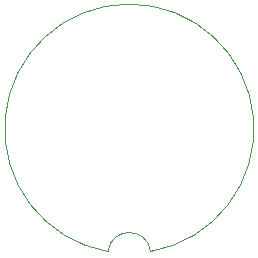
<source format=gbr>
%TF.GenerationSoftware,KiCad,Pcbnew,(5.1.6)-1*%
%TF.CreationDate,2022-08-09T23:36:10-07:00*%
%TF.ProjectId,Starboard_LED,53746172-626f-4617-9264-5f4c45442e6b,rev?*%
%TF.SameCoordinates,Original*%
%TF.FileFunction,Profile,NP*%
%FSLAX46Y46*%
G04 Gerber Fmt 4.6, Leading zero omitted, Abs format (unit mm)*
G04 Created by KiCad (PCBNEW (5.1.6)-1) date 2022-08-09 23:36:10*
%MOMM*%
%LPD*%
G01*
G04 APERTURE LIST*
%TA.AperFunction,Profile*%
%ADD10C,0.050000*%
%TD*%
G04 APERTURE END LIST*
D10*
X155700002Y-115399998D02*
G75*
G02*
X159299998Y-115400000I1799998J-200002D01*
G01*
X155699999Y-115399999D02*
G75*
G02*
X159299999Y-115399999I1800001J10399999D01*
G01*
M02*

</source>
